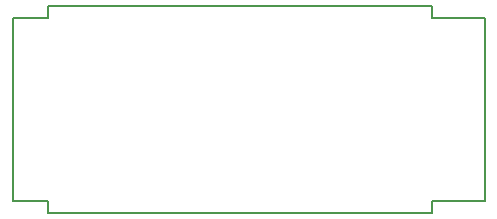
<source format=gbr>
%FSLAX25Y25*%
%MOIN*%
G04 EasyPC Gerber Version 18.0.8 Build 3632 *
%ADD10C,0.00500*%
X0Y0D02*
D02*
D10*
X166667Y14305D02*
X38814D01*
Y18242*
X27003*
Y79462*
X38814*
Y83399*
X166667*
Y79462*
X184423*
Y18242*
X166667*
Y14305*
X0Y0D02*
M02*

</source>
